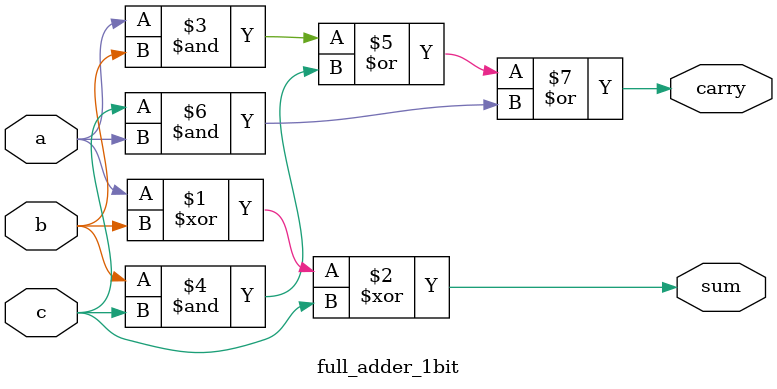
<source format=v>
module full_adder_1bit(a,b,c,sum,carry);
input a,b,c;
output sum,carry;
assign sum = a ^ b ^ c;
assign carry = (a & b) | (b & c) | (c & a);
endmodule


</source>
